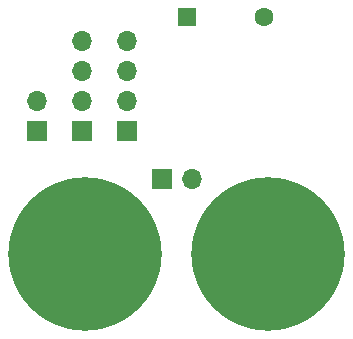
<source format=gbr>
%TF.GenerationSoftware,KiCad,Pcbnew,7.0.10*%
%TF.CreationDate,2025-02-23T01:37:13-06:00*%
%TF.ProjectId,Portal_Radio,506f7274-616c-45f5-9261-64696f2e6b69,rev?*%
%TF.SameCoordinates,Original*%
%TF.FileFunction,Soldermask,Top*%
%TF.FilePolarity,Negative*%
%FSLAX46Y46*%
G04 Gerber Fmt 4.6, Leading zero omitted, Abs format (unit mm)*
G04 Created by KiCad (PCBNEW 7.0.10) date 2025-02-23 01:37:13*
%MOMM*%
%LPD*%
G01*
G04 APERTURE LIST*
%ADD10R,1.700000X1.700000*%
%ADD11O,1.700000X1.700000*%
%ADD12C,13.000000*%
%ADD13R,1.600000X1.600000*%
%ADD14C,1.600000*%
G04 APERTURE END LIST*
D10*
%TO.C,J3*%
X125730000Y-90932000D03*
D11*
X125730000Y-88392000D03*
%TD*%
D10*
%TO.C,J1*%
X129540000Y-90927000D03*
D11*
X129540000Y-88387000D03*
X129540000Y-85847000D03*
X129540000Y-83307000D03*
%TD*%
D10*
%TO.C,J4*%
X136266000Y-94996000D03*
D11*
X138806000Y-94996000D03*
%TD*%
D12*
%TO.C,J5*%
X129794000Y-101346000D03*
%TD*%
D10*
%TO.C,J2*%
X133350000Y-90927000D03*
D11*
X133350000Y-88387000D03*
X133350000Y-85847000D03*
X133350000Y-83307000D03*
%TD*%
D12*
%TO.C,J6*%
X145288000Y-101346000D03*
%TD*%
D13*
%TO.C,BZ1*%
X138430000Y-81280000D03*
D14*
X144930000Y-81280000D03*
%TD*%
M02*

</source>
